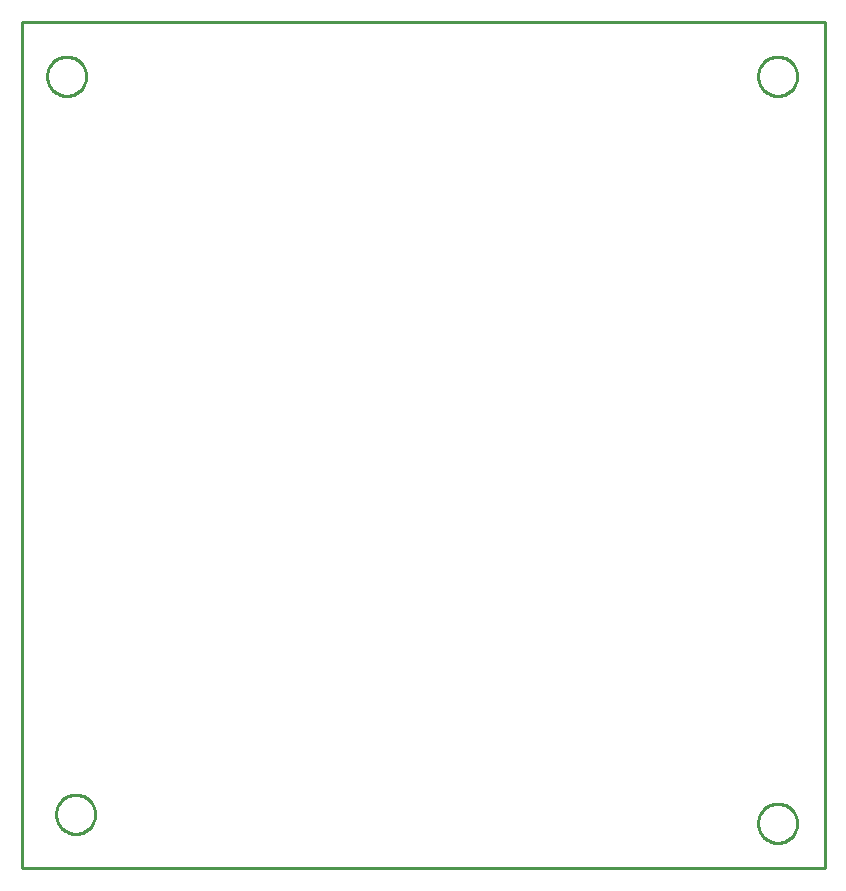
<source format=gbr>
G04 EAGLE Gerber RS-274X export*
G75*
%MOMM*%
%FSLAX34Y34*%
%LPD*%
%IN*%
%IPPOS*%
%AMOC8*
5,1,8,0,0,1.08239X$1,22.5*%
G01*
%ADD10C,0.254000*%


D10*
X0Y0D02*
X679960Y0D01*
X679960Y716180D01*
X0Y716180D01*
X0Y0D01*
X54610Y670020D02*
X54539Y668941D01*
X54398Y667869D01*
X54187Y666809D01*
X53908Y665765D01*
X53560Y664741D01*
X53146Y663743D01*
X52668Y662773D01*
X52128Y661837D01*
X51527Y660938D01*
X50869Y660081D01*
X50157Y659268D01*
X49392Y658504D01*
X48579Y657791D01*
X47722Y657133D01*
X46823Y656532D01*
X45887Y655992D01*
X44917Y655514D01*
X43919Y655100D01*
X42895Y654752D01*
X41851Y654473D01*
X40791Y654262D01*
X39719Y654121D01*
X38640Y654050D01*
X37560Y654050D01*
X36481Y654121D01*
X35409Y654262D01*
X34349Y654473D01*
X33305Y654752D01*
X32281Y655100D01*
X31283Y655514D01*
X30313Y655992D01*
X29377Y656532D01*
X28478Y657133D01*
X27621Y657791D01*
X26808Y658504D01*
X26044Y659268D01*
X25331Y660081D01*
X24673Y660938D01*
X24072Y661837D01*
X23532Y662773D01*
X23054Y663743D01*
X22640Y664741D01*
X22292Y665765D01*
X22013Y666809D01*
X21802Y667869D01*
X21661Y668941D01*
X21590Y670020D01*
X21590Y671100D01*
X21661Y672179D01*
X21802Y673251D01*
X22013Y674311D01*
X22292Y675355D01*
X22640Y676379D01*
X23054Y677377D01*
X23532Y678347D01*
X24072Y679283D01*
X24673Y680182D01*
X25331Y681039D01*
X26044Y681852D01*
X26808Y682617D01*
X27621Y683329D01*
X28478Y683987D01*
X29377Y684588D01*
X30313Y685128D01*
X31283Y685606D01*
X32281Y686020D01*
X33305Y686368D01*
X34349Y686647D01*
X35409Y686858D01*
X36481Y686999D01*
X37560Y687070D01*
X38640Y687070D01*
X39719Y686999D01*
X40791Y686858D01*
X41851Y686647D01*
X42895Y686368D01*
X43919Y686020D01*
X44917Y685606D01*
X45887Y685128D01*
X46823Y684588D01*
X47722Y683987D01*
X48579Y683329D01*
X49392Y682617D01*
X50157Y681852D01*
X50869Y681039D01*
X51527Y680182D01*
X52128Y679283D01*
X52668Y678347D01*
X53146Y677377D01*
X53560Y676379D01*
X53908Y675355D01*
X54187Y674311D01*
X54398Y673251D01*
X54539Y672179D01*
X54610Y671100D01*
X54610Y670020D01*
X656590Y670020D02*
X656519Y668941D01*
X656378Y667869D01*
X656167Y666809D01*
X655888Y665765D01*
X655540Y664741D01*
X655126Y663743D01*
X654648Y662773D01*
X654108Y661837D01*
X653507Y660938D01*
X652849Y660081D01*
X652137Y659268D01*
X651372Y658504D01*
X650559Y657791D01*
X649702Y657133D01*
X648803Y656532D01*
X647867Y655992D01*
X646897Y655514D01*
X645899Y655100D01*
X644875Y654752D01*
X643831Y654473D01*
X642771Y654262D01*
X641699Y654121D01*
X640620Y654050D01*
X639540Y654050D01*
X638461Y654121D01*
X637389Y654262D01*
X636329Y654473D01*
X635285Y654752D01*
X634261Y655100D01*
X633263Y655514D01*
X632293Y655992D01*
X631357Y656532D01*
X630458Y657133D01*
X629601Y657791D01*
X628788Y658504D01*
X628024Y659268D01*
X627311Y660081D01*
X626653Y660938D01*
X626052Y661837D01*
X625512Y662773D01*
X625034Y663743D01*
X624620Y664741D01*
X624272Y665765D01*
X623993Y666809D01*
X623782Y667869D01*
X623641Y668941D01*
X623570Y670020D01*
X623570Y671100D01*
X623641Y672179D01*
X623782Y673251D01*
X623993Y674311D01*
X624272Y675355D01*
X624620Y676379D01*
X625034Y677377D01*
X625512Y678347D01*
X626052Y679283D01*
X626653Y680182D01*
X627311Y681039D01*
X628024Y681852D01*
X628788Y682617D01*
X629601Y683329D01*
X630458Y683987D01*
X631357Y684588D01*
X632293Y685128D01*
X633263Y685606D01*
X634261Y686020D01*
X635285Y686368D01*
X636329Y686647D01*
X637389Y686858D01*
X638461Y686999D01*
X639540Y687070D01*
X640620Y687070D01*
X641699Y686999D01*
X642771Y686858D01*
X643831Y686647D01*
X644875Y686368D01*
X645899Y686020D01*
X646897Y685606D01*
X647867Y685128D01*
X648803Y684588D01*
X649702Y683987D01*
X650559Y683329D01*
X651372Y682617D01*
X652137Y681852D01*
X652849Y681039D01*
X653507Y680182D01*
X654108Y679283D01*
X654648Y678347D01*
X655126Y677377D01*
X655540Y676379D01*
X655888Y675355D01*
X656167Y674311D01*
X656378Y673251D01*
X656519Y672179D01*
X656590Y671100D01*
X656590Y670020D01*
X62230Y45180D02*
X62159Y44101D01*
X62018Y43029D01*
X61807Y41969D01*
X61528Y40925D01*
X61180Y39901D01*
X60766Y38903D01*
X60288Y37933D01*
X59748Y36997D01*
X59147Y36098D01*
X58489Y35241D01*
X57777Y34428D01*
X57012Y33664D01*
X56199Y32951D01*
X55342Y32293D01*
X54443Y31692D01*
X53507Y31152D01*
X52537Y30674D01*
X51539Y30260D01*
X50515Y29912D01*
X49471Y29633D01*
X48411Y29422D01*
X47339Y29281D01*
X46260Y29210D01*
X45180Y29210D01*
X44101Y29281D01*
X43029Y29422D01*
X41969Y29633D01*
X40925Y29912D01*
X39901Y30260D01*
X38903Y30674D01*
X37933Y31152D01*
X36997Y31692D01*
X36098Y32293D01*
X35241Y32951D01*
X34428Y33664D01*
X33664Y34428D01*
X32951Y35241D01*
X32293Y36098D01*
X31692Y36997D01*
X31152Y37933D01*
X30674Y38903D01*
X30260Y39901D01*
X29912Y40925D01*
X29633Y41969D01*
X29422Y43029D01*
X29281Y44101D01*
X29210Y45180D01*
X29210Y46260D01*
X29281Y47339D01*
X29422Y48411D01*
X29633Y49471D01*
X29912Y50515D01*
X30260Y51539D01*
X30674Y52537D01*
X31152Y53507D01*
X31692Y54443D01*
X32293Y55342D01*
X32951Y56199D01*
X33664Y57012D01*
X34428Y57777D01*
X35241Y58489D01*
X36098Y59147D01*
X36997Y59748D01*
X37933Y60288D01*
X38903Y60766D01*
X39901Y61180D01*
X40925Y61528D01*
X41969Y61807D01*
X43029Y62018D01*
X44101Y62159D01*
X45180Y62230D01*
X46260Y62230D01*
X47339Y62159D01*
X48411Y62018D01*
X49471Y61807D01*
X50515Y61528D01*
X51539Y61180D01*
X52537Y60766D01*
X53507Y60288D01*
X54443Y59748D01*
X55342Y59147D01*
X56199Y58489D01*
X57012Y57777D01*
X57777Y57012D01*
X58489Y56199D01*
X59147Y55342D01*
X59748Y54443D01*
X60288Y53507D01*
X60766Y52537D01*
X61180Y51539D01*
X61528Y50515D01*
X61807Y49471D01*
X62018Y48411D01*
X62159Y47339D01*
X62230Y46260D01*
X62230Y45180D01*
X656590Y37560D02*
X656519Y36481D01*
X656378Y35409D01*
X656167Y34349D01*
X655888Y33305D01*
X655540Y32281D01*
X655126Y31283D01*
X654648Y30313D01*
X654108Y29377D01*
X653507Y28478D01*
X652849Y27621D01*
X652137Y26808D01*
X651372Y26044D01*
X650559Y25331D01*
X649702Y24673D01*
X648803Y24072D01*
X647867Y23532D01*
X646897Y23054D01*
X645899Y22640D01*
X644875Y22292D01*
X643831Y22013D01*
X642771Y21802D01*
X641699Y21661D01*
X640620Y21590D01*
X639540Y21590D01*
X638461Y21661D01*
X637389Y21802D01*
X636329Y22013D01*
X635285Y22292D01*
X634261Y22640D01*
X633263Y23054D01*
X632293Y23532D01*
X631357Y24072D01*
X630458Y24673D01*
X629601Y25331D01*
X628788Y26044D01*
X628024Y26808D01*
X627311Y27621D01*
X626653Y28478D01*
X626052Y29377D01*
X625512Y30313D01*
X625034Y31283D01*
X624620Y32281D01*
X624272Y33305D01*
X623993Y34349D01*
X623782Y35409D01*
X623641Y36481D01*
X623570Y37560D01*
X623570Y38640D01*
X623641Y39719D01*
X623782Y40791D01*
X623993Y41851D01*
X624272Y42895D01*
X624620Y43919D01*
X625034Y44917D01*
X625512Y45887D01*
X626052Y46823D01*
X626653Y47722D01*
X627311Y48579D01*
X628024Y49392D01*
X628788Y50157D01*
X629601Y50869D01*
X630458Y51527D01*
X631357Y52128D01*
X632293Y52668D01*
X633263Y53146D01*
X634261Y53560D01*
X635285Y53908D01*
X636329Y54187D01*
X637389Y54398D01*
X638461Y54539D01*
X639540Y54610D01*
X640620Y54610D01*
X641699Y54539D01*
X642771Y54398D01*
X643831Y54187D01*
X644875Y53908D01*
X645899Y53560D01*
X646897Y53146D01*
X647867Y52668D01*
X648803Y52128D01*
X649702Y51527D01*
X650559Y50869D01*
X651372Y50157D01*
X652137Y49392D01*
X652849Y48579D01*
X653507Y47722D01*
X654108Y46823D01*
X654648Y45887D01*
X655126Y44917D01*
X655540Y43919D01*
X655888Y42895D01*
X656167Y41851D01*
X656378Y40791D01*
X656519Y39719D01*
X656590Y38640D01*
X656590Y37560D01*
M02*

</source>
